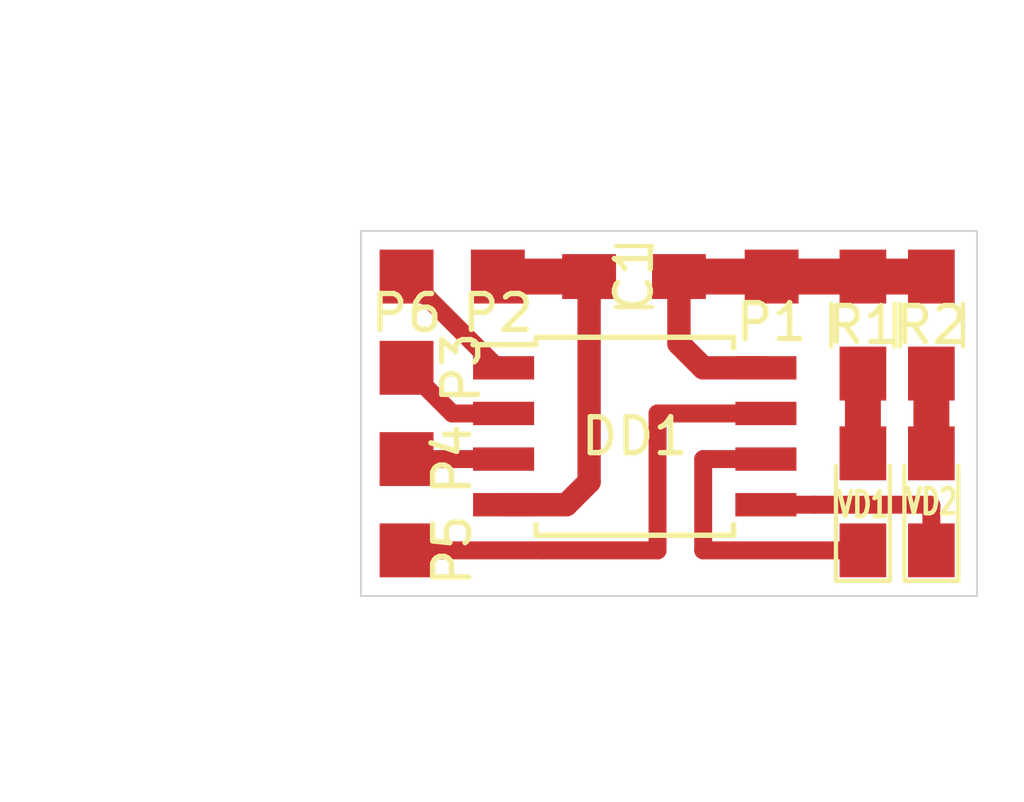
<source format=kicad_pcb>
(kicad_pcb (version 20171130) (host pcbnew 5.1.5)

  (general
    (thickness 1.6)
    (drawings 6)
    (tracks 29)
    (zones 0)
    (modules 12)
    (nets 11)
  )

  (page A4)
  (layers
    (0 F.Cu signal)
    (31 B.Cu signal)
    (32 B.Adhes user)
    (33 F.Adhes user)
    (34 B.Paste user)
    (35 F.Paste user)
    (36 B.SilkS user)
    (37 F.SilkS user)
    (38 B.Mask user)
    (39 F.Mask user)
    (40 Dwgs.User user)
    (41 Cmts.User user)
    (42 Eco1.User user)
    (43 Eco2.User user)
    (44 Edge.Cuts user)
    (45 Margin user)
    (46 B.CrtYd user)
    (47 F.CrtYd user)
    (48 B.Fab user)
    (49 F.Fab user)
  )

  (setup
    (last_trace_width 0.4)
    (user_trace_width 0.5)
    (user_trace_width 0.65)
    (user_trace_width 1)
    (trace_clearance 0.2)
    (zone_clearance 0.508)
    (zone_45_only no)
    (trace_min 0.2)
    (via_size 0.8)
    (via_drill 0.4)
    (via_min_size 0.4)
    (via_min_drill 0.3)
    (uvia_size 0.3)
    (uvia_drill 0.1)
    (uvias_allowed no)
    (uvia_min_size 0.2)
    (uvia_min_drill 0.1)
    (edge_width 0.05)
    (segment_width 0.2)
    (pcb_text_width 0.3)
    (pcb_text_size 1.5 1.5)
    (mod_edge_width 0.12)
    (mod_text_size 1 1)
    (mod_text_width 0.15)
    (pad_size 1.524 1.524)
    (pad_drill 0.762)
    (pad_to_mask_clearance 0.051)
    (solder_mask_min_width 0.25)
    (aux_axis_origin 0 0)
    (visible_elements FFFFFF7F)
    (pcbplotparams
      (layerselection 0x00000_7fffffff)
      (usegerberextensions false)
      (usegerberattributes false)
      (usegerberadvancedattributes false)
      (creategerberjobfile false)
      (excludeedgelayer false)
      (linewidth 0.150000)
      (plotframeref false)
      (viasonmask false)
      (mode 1)
      (useauxorigin false)
      (hpglpennumber 1)
      (hpglpenspeed 20)
      (hpglpendiameter 15.000000)
      (psnegative false)
      (psa4output false)
      (plotreference true)
      (plotvalue true)
      (plotinvisibletext false)
      (padsonsilk false)
      (subtractmaskfromsilk false)
      (outputformat 1)
      (mirror false)
      (drillshape 0)
      (scaleselection 1)
      (outputdirectory ""))
  )

  (net 0 "")
  (net 1 VCC)
  (net 2 GND)
  (net 3 "Net-(DD1-Pad7)")
  (net 4 "Net-(DD1-Pad6)")
  (net 5 "Net-(DD1-Pad5)")
  (net 6 "Net-(DD1-Pad3)")
  (net 7 "Net-(DD1-Pad2)")
  (net 8 "Net-(DD1-Pad1)")
  (net 9 "Net-(R1-Pad1)")
  (net 10 "Net-(R2-Pad1)")

  (net_class Default "This is the default net class."
    (clearance 0.2)
    (trace_width 0.4)
    (via_dia 0.8)
    (via_drill 0.4)
    (uvia_dia 0.3)
    (uvia_drill 0.1)
    (add_net GND)
    (add_net "Net-(DD1-Pad1)")
    (add_net "Net-(DD1-Pad2)")
    (add_net "Net-(DD1-Pad3)")
    (add_net "Net-(DD1-Pad5)")
    (add_net "Net-(DD1-Pad6)")
    (add_net "Net-(DD1-Pad7)")
    (add_net "Net-(R1-Pad1)")
    (add_net "Net-(R2-Pad1)")
    (add_net VCC)
  )

  (module Housings_SOIC:SOIJ-8_5.3x5.3mm_Pitch1.27mm (layer F.Cu) (tedit 58CC8F64) (tstamp 5D305185)
    (at 234.95 111.125)
    (descr "8-Lead Plastic Small Outline (SM) - Medium, 5.28 mm Body [SOIC] (see Microchip Packaging Specification 00000049BS.pdf)")
    (tags "SOIC 1.27")
    (path /5D306471)
    (attr smd)
    (fp_text reference DD1 (at 0 0) (layer F.SilkS)
      (effects (font (size 1 1) (thickness 0.15)))
    )
    (fp_text value ATtiny85 (at 0 3.68) (layer F.Fab)
      (effects (font (size 1 1) (thickness 0.15)))
    )
    (fp_line (start -2.75 -2.55) (end -4.5 -2.55) (layer F.SilkS) (width 0.15))
    (fp_line (start -2.75 2.755) (end 2.75 2.755) (layer F.SilkS) (width 0.15))
    (fp_line (start -2.75 -2.755) (end 2.75 -2.755) (layer F.SilkS) (width 0.15))
    (fp_line (start -2.75 2.755) (end -2.75 2.455) (layer F.SilkS) (width 0.15))
    (fp_line (start 2.75 2.755) (end 2.75 2.455) (layer F.SilkS) (width 0.15))
    (fp_line (start 2.75 -2.755) (end 2.75 -2.455) (layer F.SilkS) (width 0.15))
    (fp_line (start -2.75 -2.755) (end -2.75 -2.55) (layer F.SilkS) (width 0.15))
    (fp_line (start -4.75 2.95) (end 4.75 2.95) (layer F.CrtYd) (width 0.05))
    (fp_line (start -4.75 -2.95) (end 4.75 -2.95) (layer F.CrtYd) (width 0.05))
    (fp_line (start 4.75 -2.95) (end 4.75 2.95) (layer F.CrtYd) (width 0.05))
    (fp_line (start -4.75 -2.95) (end -4.75 2.95) (layer F.CrtYd) (width 0.05))
    (fp_line (start -2.65 -1.65) (end -1.65 -2.65) (layer F.Fab) (width 0.15))
    (fp_line (start -2.65 2.65) (end -2.65 -1.65) (layer F.Fab) (width 0.15))
    (fp_line (start 2.65 2.65) (end -2.65 2.65) (layer F.Fab) (width 0.15))
    (fp_line (start 2.65 -2.65) (end 2.65 2.65) (layer F.Fab) (width 0.15))
    (fp_line (start -1.65 -2.65) (end 2.65 -2.65) (layer F.Fab) (width 0.15))
    (fp_text user %R (at 0 0) (layer F.Fab)
      (effects (font (size 1 1) (thickness 0.15)))
    )
    (pad 8 smd rect (at 3.65 -1.905) (size 1.7 0.65) (layers F.Cu F.Paste F.Mask)
      (net 1 VCC))
    (pad 7 smd rect (at 3.65 -0.635) (size 1.7 0.65) (layers F.Cu F.Paste F.Mask)
      (net 3 "Net-(DD1-Pad7)"))
    (pad 6 smd rect (at 3.65 0.635) (size 1.7 0.65) (layers F.Cu F.Paste F.Mask)
      (net 4 "Net-(DD1-Pad6)"))
    (pad 5 smd rect (at 3.65 1.905) (size 1.7 0.65) (layers F.Cu F.Paste F.Mask)
      (net 5 "Net-(DD1-Pad5)"))
    (pad 4 smd rect (at -3.65 1.905) (size 1.7 0.65) (layers F.Cu F.Paste F.Mask)
      (net 2 GND))
    (pad 3 smd rect (at -3.65 0.635) (size 1.7 0.65) (layers F.Cu F.Paste F.Mask)
      (net 6 "Net-(DD1-Pad3)"))
    (pad 2 smd rect (at -3.65 -0.635) (size 1.7 0.65) (layers F.Cu F.Paste F.Mask)
      (net 7 "Net-(DD1-Pad2)"))
    (pad 1 smd rect (at -3.65 -1.905) (size 1.7 0.65) (layers F.Cu F.Paste F.Mask)
      (net 8 "Net-(DD1-Pad1)"))
    (model ${KISYS3DMOD}/Housings_SOIC.3dshapes/SOIJ-8_5.3x5.3mm_Pitch1.27mm.wrl
      (at (xyz 0 0 0))
      (scale (xyz 1 1 1))
      (rotate (xyz 0 0 0))
    )
  )

  (module Capacitors_SMD:C_0805_HandSoldering (layer F.Cu) (tedit 58AA84A8) (tstamp 5D3052E1)
    (at 234.93 106.68)
    (descr "Capacitor SMD 0805, hand soldering")
    (tags "capacitor 0805")
    (path /5D308335)
    (attr smd)
    (fp_text reference C1 (at 0 0 90) (layer F.SilkS)
      (effects (font (size 1 1) (thickness 0.15)))
    )
    (fp_text value CAP (at 0 1.75) (layer F.Fab)
      (effects (font (size 1 1) (thickness 0.15)))
    )
    (fp_line (start 2.25 0.87) (end -2.25 0.87) (layer F.CrtYd) (width 0.05))
    (fp_line (start 2.25 0.87) (end 2.25 -0.88) (layer F.CrtYd) (width 0.05))
    (fp_line (start -2.25 -0.88) (end -2.25 0.87) (layer F.CrtYd) (width 0.05))
    (fp_line (start -2.25 -0.88) (end 2.25 -0.88) (layer F.CrtYd) (width 0.05))
    (fp_line (start -0.5 0.85) (end 0.5 0.85) (layer F.SilkS) (width 0.12))
    (fp_line (start 0.5 -0.85) (end -0.5 -0.85) (layer F.SilkS) (width 0.12))
    (fp_line (start -1 -0.62) (end 1 -0.62) (layer F.Fab) (width 0.1))
    (fp_line (start 1 -0.62) (end 1 0.62) (layer F.Fab) (width 0.1))
    (fp_line (start 1 0.62) (end -1 0.62) (layer F.Fab) (width 0.1))
    (fp_line (start -1 0.62) (end -1 -0.62) (layer F.Fab) (width 0.1))
    (fp_text user %R (at 0 -1.75) (layer F.Fab)
      (effects (font (size 1 1) (thickness 0.15)))
    )
    (pad 2 smd rect (at 1.25 0) (size 1.5 1.25) (layers F.Cu F.Paste F.Mask)
      (net 1 VCC))
    (pad 1 smd rect (at -1.25 0) (size 1.5 1.25) (layers F.Cu F.Paste F.Mask)
      (net 2 GND))
    (model Capacitors_SMD.3dshapes/C_0805.wrl
      (at (xyz 0 0 0))
      (scale (xyz 1 1 1))
      (rotate (xyz 0 0 0))
    )
  )

  (module Resistors_SMD:R_0805_HandSoldering (layer F.Cu) (tedit 58E0A804) (tstamp 5E14CB29)
    (at 241.3 108.03 90)
    (descr "Resistor SMD 0805, hand soldering")
    (tags "resistor 0805")
    (path /5D30B040)
    (attr smd)
    (fp_text reference R1 (at 0 0 180) (layer F.SilkS)
      (effects (font (size 1 1) (thickness 0.15)))
    )
    (fp_text value 330 (at 0 1.75 90) (layer F.Fab)
      (effects (font (size 1 1) (thickness 0.15)))
    )
    (fp_line (start 2.35 0.9) (end -2.35 0.9) (layer F.CrtYd) (width 0.05))
    (fp_line (start 2.35 0.9) (end 2.35 -0.9) (layer F.CrtYd) (width 0.05))
    (fp_line (start -2.35 -0.9) (end -2.35 0.9) (layer F.CrtYd) (width 0.05))
    (fp_line (start -2.35 -0.9) (end 2.35 -0.9) (layer F.CrtYd) (width 0.05))
    (fp_line (start -0.6 -0.88) (end 0.6 -0.88) (layer F.SilkS) (width 0.12))
    (fp_line (start 0.6 0.88) (end -0.6 0.88) (layer F.SilkS) (width 0.12))
    (fp_line (start -1 -0.62) (end 1 -0.62) (layer F.Fab) (width 0.1))
    (fp_line (start 1 -0.62) (end 1 0.62) (layer F.Fab) (width 0.1))
    (fp_line (start 1 0.62) (end -1 0.62) (layer F.Fab) (width 0.1))
    (fp_line (start -1 0.62) (end -1 -0.62) (layer F.Fab) (width 0.1))
    (fp_text user %R (at 0 0 90) (layer F.Fab)
      (effects (font (size 0.5 0.5) (thickness 0.075)))
    )
    (pad 2 smd rect (at 1.35 0 90) (size 1.5 1.3) (layers F.Cu F.Paste F.Mask)
      (net 1 VCC))
    (pad 1 smd rect (at -1.35 0 90) (size 1.5 1.3) (layers F.Cu F.Paste F.Mask)
      (net 9 "Net-(R1-Pad1)"))
    (model ${KISYS3DMOD}/Resistors_SMD.3dshapes/R_0805.wrl
      (at (xyz 0 0 0))
      (scale (xyz 1 1 1))
      (rotate (xyz 0 0 0))
    )
  )

  (module Resistors_SMD:R_0805_HandSoldering (layer F.Cu) (tedit 58E0A804) (tstamp 5E14CB59)
    (at 243.205 108.03 90)
    (descr "Resistor SMD 0805, hand soldering")
    (tags "resistor 0805")
    (path /5D30B2CE)
    (attr smd)
    (fp_text reference R2 (at 0 0 180) (layer F.SilkS)
      (effects (font (size 1 1) (thickness 0.15)))
    )
    (fp_text value 330 (at 0 1.75 90) (layer F.Fab)
      (effects (font (size 1 1) (thickness 0.15)))
    )
    (fp_text user %R (at 0 0 90) (layer F.Fab)
      (effects (font (size 0.5 0.5) (thickness 0.075)))
    )
    (fp_line (start -1 0.62) (end -1 -0.62) (layer F.Fab) (width 0.1))
    (fp_line (start 1 0.62) (end -1 0.62) (layer F.Fab) (width 0.1))
    (fp_line (start 1 -0.62) (end 1 0.62) (layer F.Fab) (width 0.1))
    (fp_line (start -1 -0.62) (end 1 -0.62) (layer F.Fab) (width 0.1))
    (fp_line (start 0.6 0.88) (end -0.6 0.88) (layer F.SilkS) (width 0.12))
    (fp_line (start -0.6 -0.88) (end 0.6 -0.88) (layer F.SilkS) (width 0.12))
    (fp_line (start -2.35 -0.9) (end 2.35 -0.9) (layer F.CrtYd) (width 0.05))
    (fp_line (start -2.35 -0.9) (end -2.35 0.9) (layer F.CrtYd) (width 0.05))
    (fp_line (start 2.35 0.9) (end 2.35 -0.9) (layer F.CrtYd) (width 0.05))
    (fp_line (start 2.35 0.9) (end -2.35 0.9) (layer F.CrtYd) (width 0.05))
    (pad 1 smd rect (at -1.35 0 90) (size 1.5 1.3) (layers F.Cu F.Paste F.Mask)
      (net 10 "Net-(R2-Pad1)"))
    (pad 2 smd rect (at 1.35 0 90) (size 1.5 1.3) (layers F.Cu F.Paste F.Mask)
      (net 1 VCC))
    (model ${KISYS3DMOD}/Resistors_SMD.3dshapes/R_0805.wrl
      (at (xyz 0 0 0))
      (scale (xyz 1 1 1))
      (rotate (xyz 0 0 0))
    )
  )

  (module LEDs:LED_0805_HandSoldering (layer F.Cu) (tedit 595FCA25) (tstamp 5E14CB8D)
    (at 241.3 112.95 90)
    (descr "Resistor SMD 0805, hand soldering")
    (tags "resistor 0805")
    (path /5D30A158)
    (attr smd)
    (fp_text reference VD1 (at -0.08 0 180) (layer F.SilkS)
      (effects (font (size 0.7 0.5) (thickness 0.125)))
    )
    (fp_text value LED (at 0 1.75 90) (layer F.Fab)
      (effects (font (size 1 1) (thickness 0.15)))
    )
    (fp_line (start -2.2 -0.75) (end -2.2 0.75) (layer F.SilkS) (width 0.12))
    (fp_line (start 2.35 0.9) (end -2.35 0.9) (layer F.CrtYd) (width 0.05))
    (fp_line (start 2.35 0.9) (end 2.35 -0.9) (layer F.CrtYd) (width 0.05))
    (fp_line (start -2.35 -0.9) (end -2.35 0.9) (layer F.CrtYd) (width 0.05))
    (fp_line (start -2.35 -0.9) (end 2.35 -0.9) (layer F.CrtYd) (width 0.05))
    (fp_line (start -2.2 -0.75) (end 1 -0.75) (layer F.SilkS) (width 0.12))
    (fp_line (start 1 0.75) (end -2.2 0.75) (layer F.SilkS) (width 0.12))
    (fp_line (start -1 -0.62) (end 1 -0.62) (layer F.Fab) (width 0.1))
    (fp_line (start 1 -0.62) (end 1 0.62) (layer F.Fab) (width 0.1))
    (fp_line (start 1 0.62) (end -1 0.62) (layer F.Fab) (width 0.1))
    (fp_line (start -1 0.62) (end -1 -0.62) (layer F.Fab) (width 0.1))
    (fp_line (start 0.2 -0.4) (end 0.2 0.4) (layer F.Fab) (width 0.1))
    (fp_line (start 0.2 0.4) (end -0.4 0) (layer F.Fab) (width 0.1))
    (fp_line (start -0.4 0) (end 0.2 -0.4) (layer F.Fab) (width 0.1))
    (fp_line (start -0.4 -0.4) (end -0.4 0.4) (layer F.Fab) (width 0.1))
    (pad 2 smd rect (at 1.35 0 90) (size 1.5 1.3) (layers F.Cu F.Paste F.Mask)
      (net 9 "Net-(R1-Pad1)"))
    (pad 1 smd rect (at -1.35 0 90) (size 1.5 1.3) (layers F.Cu F.Paste F.Mask)
      (net 4 "Net-(DD1-Pad6)"))
    (model ${KISYS3DMOD}/LEDs.3dshapes/LED_0805.wrl
      (at (xyz 0 0 0))
      (scale (xyz 1 1 1))
      (rotate (xyz 0 0 0))
    )
  )

  (module LEDs:LED_0805_HandSoldering (layer F.Cu) (tedit 595FCA25) (tstamp 5E14CBC9)
    (at 243.205 112.95 90)
    (descr "Resistor SMD 0805, hand soldering")
    (tags "resistor 0805")
    (path /5D30A88B)
    (attr smd)
    (fp_text reference VD2 (at 0 0 180) (layer F.SilkS)
      (effects (font (size 0.7 0.5) (thickness 0.125)))
    )
    (fp_text value LED (at 0 1.75 90) (layer F.Fab)
      (effects (font (size 1 1) (thickness 0.15)))
    )
    (fp_line (start -0.4 -0.4) (end -0.4 0.4) (layer F.Fab) (width 0.1))
    (fp_line (start -0.4 0) (end 0.2 -0.4) (layer F.Fab) (width 0.1))
    (fp_line (start 0.2 0.4) (end -0.4 0) (layer F.Fab) (width 0.1))
    (fp_line (start 0.2 -0.4) (end 0.2 0.4) (layer F.Fab) (width 0.1))
    (fp_line (start -1 0.62) (end -1 -0.62) (layer F.Fab) (width 0.1))
    (fp_line (start 1 0.62) (end -1 0.62) (layer F.Fab) (width 0.1))
    (fp_line (start 1 -0.62) (end 1 0.62) (layer F.Fab) (width 0.1))
    (fp_line (start -1 -0.62) (end 1 -0.62) (layer F.Fab) (width 0.1))
    (fp_line (start 1 0.75) (end -2.2 0.75) (layer F.SilkS) (width 0.12))
    (fp_line (start -2.2 -0.75) (end 1 -0.75) (layer F.SilkS) (width 0.12))
    (fp_line (start -2.35 -0.9) (end 2.35 -0.9) (layer F.CrtYd) (width 0.05))
    (fp_line (start -2.35 -0.9) (end -2.35 0.9) (layer F.CrtYd) (width 0.05))
    (fp_line (start 2.35 0.9) (end 2.35 -0.9) (layer F.CrtYd) (width 0.05))
    (fp_line (start 2.35 0.9) (end -2.35 0.9) (layer F.CrtYd) (width 0.05))
    (fp_line (start -2.2 -0.75) (end -2.2 0.75) (layer F.SilkS) (width 0.12))
    (pad 1 smd rect (at -1.35 0 90) (size 1.5 1.3) (layers F.Cu F.Paste F.Mask)
      (net 5 "Net-(DD1-Pad5)"))
    (pad 2 smd rect (at 1.35 0 90) (size 1.5 1.3) (layers F.Cu F.Paste F.Mask)
      (net 10 "Net-(R2-Pad1)"))
    (model ${KISYS3DMOD}/LEDs.3dshapes/LED_0805.wrl
      (at (xyz 0 0 0))
      (scale (xyz 1 1 1))
      (rotate (xyz 0 0 0))
    )
  )

  (module Measurement_Points:Measurement_Point_Square-SMD-Pad_Small (layer F.Cu) (tedit 56C36007) (tstamp 5E148018)
    (at 238.76 106.68 180)
    (descr "Mesurement Point, Square, SMD Pad,  1.5mm x 1.5mm,")
    (tags "Mesurement Point Square SMD Pad 1.5x1.5mm")
    (path /5D307962)
    (attr virtual)
    (fp_text reference P1 (at 0 -1.27) (layer F.SilkS)
      (effects (font (size 1 1) (thickness 0.15)))
    )
    (fp_text value 10-VCC (at 0 4.572 270) (layer F.Fab)
      (effects (font (size 1 1) (thickness 0.15)))
    )
    (fp_line (start -1 1) (end -1 -1) (layer F.CrtYd) (width 0.05))
    (fp_line (start 1 1) (end -1 1) (layer F.CrtYd) (width 0.05))
    (fp_line (start 1 -1) (end 1 1) (layer F.CrtYd) (width 0.05))
    (fp_line (start -1 -1) (end 1 -1) (layer F.CrtYd) (width 0.05))
    (pad 1 smd rect (at 0 0 180) (size 1.5 1.5) (layers F.Cu F.Mask)
      (net 1 VCC))
  )

  (module Measurement_Points:Measurement_Point_Square-SMD-Pad_Small (layer F.Cu) (tedit 56C36007) (tstamp 5E148020)
    (at 231.14 106.68 180)
    (descr "Mesurement Point, Square, SMD Pad,  1.5mm x 1.5mm,")
    (tags "Mesurement Point Square SMD Pad 1.5x1.5mm")
    (path /5D307DC9)
    (attr virtual)
    (fp_text reference P2 (at 0 -1.016) (layer F.SilkS)
      (effects (font (size 1 1) (thickness 0.15)))
    )
    (fp_text value 1-GND (at 0 4.064 90) (layer F.Fab)
      (effects (font (size 1 1) (thickness 0.15)))
    )
    (fp_line (start -1 -1) (end 1 -1) (layer F.CrtYd) (width 0.05))
    (fp_line (start 1 -1) (end 1 1) (layer F.CrtYd) (width 0.05))
    (fp_line (start 1 1) (end -1 1) (layer F.CrtYd) (width 0.05))
    (fp_line (start -1 1) (end -1 -1) (layer F.CrtYd) (width 0.05))
    (pad 1 smd rect (at 0 0 180) (size 1.5 1.5) (layers F.Cu F.Mask)
      (net 2 GND))
  )

  (module Measurement_Points:Measurement_Point_Square-SMD-Pad_Small (layer F.Cu) (tedit 56C36007) (tstamp 5E148028)
    (at 228.6 109.22 180)
    (descr "Mesurement Point, Square, SMD Pad,  1.5mm x 1.5mm,")
    (tags "Mesurement Point Square SMD Pad 1.5x1.5mm")
    (path /5D3070F9)
    (attr virtual)
    (fp_text reference P3 (at -1.524 0 90) (layer F.SilkS)
      (effects (font (size 1 1) (thickness 0.15)))
    )
    (fp_text value 3-IN (at 4.064 0) (layer F.Fab)
      (effects (font (size 1 1) (thickness 0.15)))
    )
    (fp_line (start -1 1) (end -1 -1) (layer F.CrtYd) (width 0.05))
    (fp_line (start 1 1) (end -1 1) (layer F.CrtYd) (width 0.05))
    (fp_line (start 1 -1) (end 1 1) (layer F.CrtYd) (width 0.05))
    (fp_line (start -1 -1) (end 1 -1) (layer F.CrtYd) (width 0.05))
    (pad 1 smd rect (at 0 0 180) (size 1.5 1.5) (layers F.Cu F.Mask)
      (net 7 "Net-(DD1-Pad2)"))
  )

  (module Measurement_Points:Measurement_Point_Square-SMD-Pad_Small (layer F.Cu) (tedit 56C36007) (tstamp 5E148030)
    (at 228.6 111.76 180)
    (descr "Mesurement Point, Square, SMD Pad,  1.5mm x 1.5mm,")
    (tags "Mesurement Point Square SMD Pad 1.5x1.5mm")
    (path /5D3074C4)
    (attr virtual)
    (fp_text reference P4 (at -1.27 0 90) (layer F.SilkS)
      (effects (font (size 1 1) (thickness 0.15)))
    )
    (fp_text value 4-OUT (at 3.556 0) (layer F.Fab)
      (effects (font (size 1 1) (thickness 0.15)))
    )
    (fp_line (start -1 -1) (end 1 -1) (layer F.CrtYd) (width 0.05))
    (fp_line (start 1 -1) (end 1 1) (layer F.CrtYd) (width 0.05))
    (fp_line (start 1 1) (end -1 1) (layer F.CrtYd) (width 0.05))
    (fp_line (start -1 1) (end -1 -1) (layer F.CrtYd) (width 0.05))
    (pad 1 smd rect (at 0 0 180) (size 1.5 1.5) (layers F.Cu F.Mask)
      (net 6 "Net-(DD1-Pad3)"))
  )

  (module Measurement_Points:Measurement_Point_Square-SMD-Pad_Small (layer F.Cu) (tedit 56C36007) (tstamp 5E148038)
    (at 228.6 114.3 180)
    (descr "Mesurement Point, Square, SMD Pad,  1.5mm x 1.5mm,")
    (tags "Mesurement Point Square SMD Pad 1.5x1.5mm")
    (path /5D307613)
    (attr virtual)
    (fp_text reference P5 (at -1.27 0 90) (layer F.SilkS)
      (effects (font (size 1 1) (thickness 0.15)))
    )
    (fp_text value 2-CLK (at 3.556 0) (layer F.Fab)
      (effects (font (size 1 1) (thickness 0.15)))
    )
    (fp_line (start -1 1) (end -1 -1) (layer F.CrtYd) (width 0.05))
    (fp_line (start 1 1) (end -1 1) (layer F.CrtYd) (width 0.05))
    (fp_line (start 1 -1) (end 1 1) (layer F.CrtYd) (width 0.05))
    (fp_line (start -1 -1) (end 1 -1) (layer F.CrtYd) (width 0.05))
    (pad 1 smd rect (at 0 0 180) (size 1.5 1.5) (layers F.Cu F.Mask)
      (net 3 "Net-(DD1-Pad7)"))
  )

  (module Measurement_Points:Measurement_Point_Square-SMD-Pad_Small (layer F.Cu) (tedit 56C36007) (tstamp 5E148040)
    (at 228.6 106.68 180)
    (descr "Mesurement Point, Square, SMD Pad,  1.5mm x 1.5mm,")
    (tags "Mesurement Point Square SMD Pad 1.5x1.5mm")
    (path /5D30788D)
    (attr virtual)
    (fp_text reference P6 (at 0 -1.016) (layer F.SilkS)
      (effects (font (size 1 1) (thickness 0.15)))
    )
    (fp_text value 6-STR (at 3.556 0) (layer F.Fab)
      (effects (font (size 1 1) (thickness 0.15)))
    )
    (fp_line (start -1 -1) (end 1 -1) (layer F.CrtYd) (width 0.05))
    (fp_line (start 1 -1) (end 1 1) (layer F.CrtYd) (width 0.05))
    (fp_line (start 1 1) (end -1 1) (layer F.CrtYd) (width 0.05))
    (fp_line (start -1 1) (end -1 -1) (layer F.CrtYd) (width 0.05))
    (pad 1 smd rect (at 0 0 180) (size 1.5 1.5) (layers F.Cu F.Mask)
      (net 8 "Net-(DD1-Pad1)"))
  )

  (dimension 10.16 (width 0.15) (layer Dwgs.User)
    (gr_text "10.160 mm" (at 220.95 110.49 270) (layer Dwgs.User)
      (effects (font (size 1 1) (thickness 0.15)))
    )
    (feature1 (pts (xy 227.33 115.57) (xy 221.663579 115.57)))
    (feature2 (pts (xy 227.33 105.41) (xy 221.663579 105.41)))
    (crossbar (pts (xy 222.25 105.41) (xy 222.25 115.57)))
    (arrow1a (pts (xy 222.25 115.57) (xy 221.663579 114.443496)))
    (arrow1b (pts (xy 222.25 115.57) (xy 222.836421 114.443496)))
    (arrow2a (pts (xy 222.25 105.41) (xy 221.663579 106.536504)))
    (arrow2b (pts (xy 222.25 105.41) (xy 222.836421 106.536504)))
  )
  (dimension 17.145 (width 0.15) (layer Dwgs.User)
    (gr_text "17.145 mm" (at 235.9025 121.95) (layer Dwgs.User)
      (effects (font (size 1 1) (thickness 0.15)))
    )
    (feature1 (pts (xy 244.475 115.57) (xy 244.475 121.236421)))
    (feature2 (pts (xy 227.33 115.57) (xy 227.33 121.236421)))
    (crossbar (pts (xy 227.33 120.65) (xy 244.475 120.65)))
    (arrow1a (pts (xy 244.475 120.65) (xy 243.348496 121.236421)))
    (arrow1b (pts (xy 244.475 120.65) (xy 243.348496 120.063579)))
    (arrow2a (pts (xy 227.33 120.65) (xy 228.456504 121.236421)))
    (arrow2b (pts (xy 227.33 120.65) (xy 228.456504 120.063579)))
  )
  (gr_line (start 227.33 115.57) (end 227.33 105.41) (layer Edge.Cuts) (width 0.05) (tstamp 5E1612CC))
  (gr_line (start 244.475 115.57) (end 227.33 115.57) (layer Edge.Cuts) (width 0.05))
  (gr_line (start 244.475 105.41) (end 244.475 115.57) (layer Edge.Cuts) (width 0.05))
  (gr_line (start 227.33 105.41) (end 244.475 105.41) (layer Edge.Cuts) (width 0.05))

  (segment (start 238.76 106.68) (end 241.3 106.68) (width 1) (layer F.Cu) (net 1))
  (segment (start 243.205 106.68) (end 241.3 106.68) (width 1) (layer F.Cu) (net 1))
  (segment (start 238.76 106.68) (end 236.18 106.68) (width 1) (layer F.Cu) (net 1))
  (segment (start 236.18 108.545) (end 236.855 109.22) (width 0.65) (layer F.Cu) (net 1))
  (segment (start 236.18 106.68) (end 236.18 108.545) (width 0.65) (layer F.Cu) (net 1))
  (segment (start 236.855 109.22) (end 238.6 109.22) (width 0.65) (layer F.Cu) (net 1))
  (segment (start 233.68 106.68) (end 231.14 106.68) (width 1) (layer F.Cu) (net 2))
  (segment (start 233.68 112.395) (end 233.045 113.03) (width 0.65) (layer F.Cu) (net 2))
  (segment (start 233.68 106.68) (end 233.68 112.395) (width 0.65) (layer F.Cu) (net 2))
  (segment (start 231.3 113.03) (end 233.045 113.03) (width 0.65) (layer F.Cu) (net 2))
  (segment (start 238.6 110.49) (end 235.585 110.49) (width 0.5) (layer F.Cu) (net 3))
  (segment (start 235.585 110.49) (end 235.585 114.3) (width 0.5) (layer F.Cu) (net 3))
  (segment (start 232.41 114.3) (end 228.6 114.3) (width 0.5) (layer F.Cu) (net 3))
  (segment (start 235.585 114.3) (end 232.41 114.3) (width 0.5) (layer F.Cu) (net 3))
  (segment (start 236.855 114.3) (end 241.3 114.3) (width 0.5) (layer F.Cu) (net 4))
  (segment (start 238.6 111.76) (end 236.855 111.76) (width 0.5) (layer F.Cu) (net 4))
  (segment (start 236.855 111.76) (end 236.855 114.3) (width 0.5) (layer F.Cu) (net 4))
  (segment (start 243.205 114.3) (end 243.205 113.05) (width 0.5) (layer F.Cu) (net 5))
  (segment (start 243.185 113.03) (end 239.95 113.03) (width 0.5) (layer F.Cu) (net 5))
  (segment (start 243.205 113.05) (end 243.185 113.03) (width 0.5) (layer F.Cu) (net 5))
  (segment (start 239.95 113.03) (end 238.6 113.03) (width 0.5) (layer F.Cu) (net 5))
  (segment (start 231.3 111.76) (end 228.6 111.76) (width 0.5) (layer F.Cu) (net 6))
  (segment (start 231.3 110.49) (end 230.505 110.49) (width 0.5) (layer F.Cu) (net 7))
  (segment (start 229.87 110.49) (end 228.6 109.22) (width 0.5) (layer F.Cu) (net 7))
  (segment (start 231.3 110.49) (end 229.87 110.49) (width 0.5) (layer F.Cu) (net 7))
  (segment (start 231.3 109.22) (end 231.14 109.22) (width 0.5) (layer F.Cu) (net 8))
  (segment (start 231.14 109.22) (end 228.6 106.68) (width 0.5) (layer F.Cu) (net 8))
  (segment (start 241.3 109.38) (end 241.3 111.6) (width 1) (layer F.Cu) (net 9))
  (segment (start 243.205 111.6) (end 243.205 109.38) (width 1) (layer F.Cu) (net 10))

)

</source>
